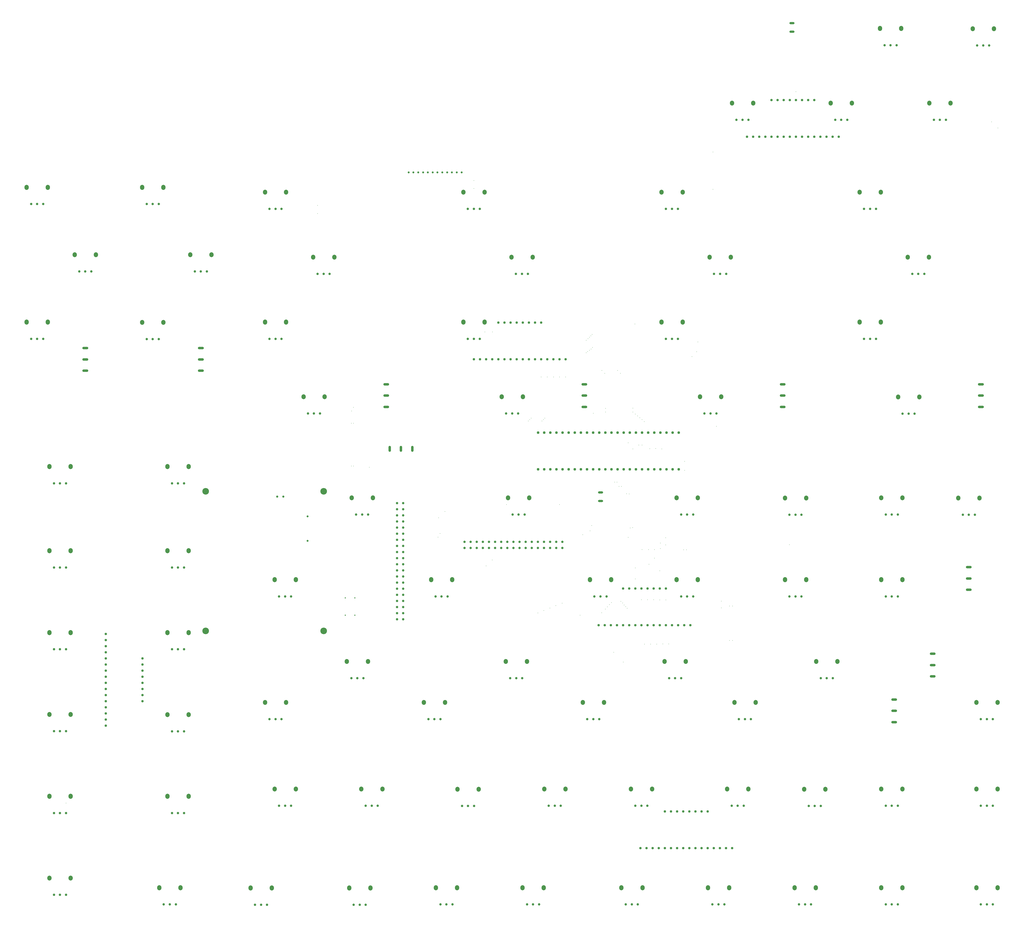
<source format=gbr>
%TF.GenerationSoftware,KiCad,Pcbnew,8.0.5*%
%TF.CreationDate,2024-10-29T20:03:30+01:00*%
%TF.ProjectId,troublemaker,74726f75-626c-4656-9d61-6b65722e6b69,rev?*%
%TF.SameCoordinates,Original*%
%TF.FileFunction,Plated,1,2,PTH,Mixed*%
%TF.FilePolarity,Positive*%
%FSLAX46Y46*%
G04 Gerber Fmt 4.6, Leading zero omitted, Abs format (unit mm)*
G04 Created by KiCad (PCBNEW 8.0.5) date 2024-10-29 20:03:30*
%MOMM*%
%LPD*%
G01*
G04 APERTURE LIST*
%TA.AperFunction,ViaDrill*%
%ADD10C,0.300000*%
%TD*%
%TA.AperFunction,ComponentDrill*%
%ADD11C,0.500000*%
%TD*%
%TA.AperFunction,ComponentDrill*%
%ADD12C,0.800000*%
%TD*%
%TA.AperFunction,ComponentDrill*%
%ADD13C,0.900000*%
%TD*%
G04 aperture for slot hole*
%TA.AperFunction,ComponentDrill*%
%ADD14C,0.900000*%
%TD*%
%TA.AperFunction,ComponentDrill*%
%ADD15C,1.000000*%
%TD*%
G04 aperture for slot hole*
%TA.AperFunction,ComponentDrill*%
%ADD16C,1.000000*%
%TD*%
%TA.AperFunction,ComponentDrill*%
%ADD17C,1.016000*%
%TD*%
%TA.AperFunction,ComponentDrill*%
%ADD18C,1.110000*%
%TD*%
G04 aperture for slot hole*
%TA.AperFunction,ComponentDrill*%
%ADD19C,1.800000*%
%TD*%
%TA.AperFunction,ComponentDrill*%
%ADD20C,2.750000*%
%TD*%
G04 APERTURE END LIST*
D10*
X58500000Y-349000000D03*
X163000000Y-100700000D03*
X163000000Y-104100000D03*
X177000000Y-191200000D03*
X177000000Y-209000000D03*
X177100000Y-186100000D03*
X177900000Y-184600000D03*
X177900000Y-191200000D03*
X177900000Y-209000000D03*
X184500000Y-209500000D03*
X213000000Y-238500000D03*
X213300000Y-230500000D03*
X213900000Y-237000000D03*
X215900000Y-227900000D03*
X227900000Y-90400000D03*
X227900000Y-93700000D03*
X232500000Y-153300000D03*
X233000000Y-250500000D03*
X235500000Y-248000000D03*
X235600000Y-153300000D03*
X241500000Y-225000000D03*
X250500000Y-190300000D03*
X251100000Y-189700000D03*
X251700000Y-189100000D03*
X254500000Y-270000000D03*
X255900000Y-172000000D03*
X256200000Y-190300000D03*
X256800000Y-189700000D03*
X257000000Y-269000000D03*
X257400000Y-189100000D03*
X258400000Y-172000000D03*
X259500000Y-268000000D03*
X261000000Y-172000000D03*
X262000000Y-267000000D03*
X263500000Y-172000000D03*
X263500000Y-225000000D03*
X264600000Y-266000000D03*
X266000000Y-172000000D03*
X272000000Y-271000000D03*
X273100000Y-237500000D03*
X274585421Y-161912149D03*
X274600000Y-156751000D03*
X275200000Y-161400000D03*
X275300000Y-156100000D03*
X275900000Y-155500000D03*
X275900000Y-160900000D03*
X276150000Y-235900000D03*
X276500000Y-154900000D03*
X276600000Y-160400000D03*
X276900000Y-233700000D03*
X277065687Y-154334313D03*
X277200000Y-159754000D03*
X277500000Y-187100000D03*
X280975735Y-269975735D03*
X281100000Y-169300000D03*
X282300000Y-170500000D03*
X282500000Y-268400000D03*
X282600000Y-185000000D03*
X282600000Y-186527000D03*
X283400000Y-267500000D03*
X284200000Y-266600000D03*
X285100000Y-265700000D03*
X286000000Y-286400000D03*
X286400000Y-215700000D03*
X287400000Y-215700000D03*
X287600000Y-169300000D03*
X288200000Y-217500000D03*
X288800000Y-170500000D03*
X289000000Y-265200000D03*
X289200000Y-217500000D03*
X289700000Y-265900000D03*
X290000000Y-290400000D03*
X290300000Y-266700000D03*
X291000000Y-267400000D03*
X291300000Y-220500000D03*
X291600000Y-268065000D03*
X292000000Y-199300000D03*
X292000000Y-238600000D03*
X292400000Y-220600000D03*
X292900000Y-234700000D03*
X293900000Y-234600000D03*
X294000000Y-184981009D03*
X294000000Y-186527000D03*
X294000000Y-201900000D03*
X294800000Y-150000000D03*
X294990000Y-255900000D03*
X295000000Y-187400000D03*
X295000000Y-251300000D03*
X295900000Y-188200000D03*
X296400000Y-200300000D03*
X296800000Y-188900000D03*
X297530000Y-264500000D03*
X297800000Y-189700000D03*
X297800000Y-200300000D03*
X297800000Y-243700000D03*
X298700000Y-190500000D03*
X298800000Y-283000000D03*
X300070000Y-264500000D03*
X300500000Y-243700000D03*
X300670000Y-249800000D03*
X300975000Y-201825000D03*
X301300000Y-283000000D03*
X302610000Y-264500000D03*
X302924265Y-243700000D03*
X302924265Y-247300000D03*
X303450000Y-201750000D03*
X303900000Y-283000000D03*
X305150000Y-252500000D03*
X305150000Y-264600000D03*
X305400000Y-241000000D03*
X305424265Y-243324265D03*
X305987500Y-201912500D03*
X306400000Y-282900000D03*
X307600000Y-238800000D03*
X307600000Y-241800000D03*
X307690000Y-264600000D03*
X308900000Y-282900000D03*
X315050000Y-243750000D03*
X315475735Y-207024265D03*
X315500000Y-210800000D03*
X316200000Y-243800000D03*
X318500000Y-163500000D03*
X320500000Y-161500000D03*
X321000000Y-157400000D03*
X327200000Y-78500000D03*
X327200000Y-94000000D03*
X328700000Y-192500000D03*
X330700000Y-265100000D03*
X330700000Y-267900000D03*
X334100000Y-267200000D03*
X334100000Y-281472500D03*
X335400000Y-267200000D03*
X335400000Y-281500000D03*
X359000000Y-241700000D03*
X361700000Y-53500000D03*
X443000000Y-66000000D03*
X445625368Y-68500000D03*
D11*
%TO.C,J4*%
X174500000Y-263750000D03*
%TO.C,J3*%
X174500000Y-271000000D03*
%TO.C,J4*%
X178500000Y-263750000D03*
%TO.C,J3*%
X178500000Y-271000000D03*
D12*
%TO.C,R1*%
X158800000Y-229900000D03*
X158800000Y-240060000D03*
%TO.C,J5*%
X200800000Y-87000000D03*
X202800000Y-87000000D03*
X204800000Y-87000000D03*
X206800000Y-87000000D03*
X208800000Y-87000000D03*
X210800000Y-87000000D03*
X212800000Y-87000000D03*
X214800000Y-87000000D03*
X216800000Y-87000000D03*
X218800000Y-87000000D03*
X220800000Y-87000000D03*
X222800000Y-87000000D03*
D13*
%TO.C,taptempo_led1*%
X146225000Y-221700000D03*
X148765000Y-221700000D03*
D14*
%TO.C,SW7*%
X281100000Y-219950000D02*
X279900000Y-219950000D01*
X281100000Y-223450000D02*
X279900000Y-223450000D01*
%TO.C,SW11*%
X360600000Y-24950000D02*
X359400000Y-24950000D01*
X360600000Y-28450000D02*
X359400000Y-28450000D01*
D15*
%TO.C,RV6*%
X44000000Y-100150000D03*
%TO.C,RV8*%
X44000000Y-156150000D03*
%TO.C,RV6*%
X46500000Y-100150000D03*
%TO.C,RV8*%
X46500000Y-156150000D03*
%TO.C,RV6*%
X49000000Y-100150000D03*
%TO.C,RV8*%
X49000000Y-156150000D03*
%TO.C,RV12*%
X53500000Y-216150000D03*
%TO.C,RV13*%
X53500000Y-251150000D03*
%TO.C,RV14*%
X53500000Y-285150000D03*
%TO.C,RV15*%
X53500000Y-319150000D03*
%TO.C,RV16*%
X53500000Y-353150000D03*
%TO.C,RV17*%
X53500000Y-387150000D03*
%TO.C,RV12*%
X56000000Y-216150000D03*
%TO.C,RV13*%
X56000000Y-251150000D03*
%TO.C,RV14*%
X56000000Y-285150000D03*
%TO.C,RV15*%
X56000000Y-319150000D03*
%TO.C,RV16*%
X56000000Y-353150000D03*
%TO.C,RV17*%
X56000000Y-387150000D03*
%TO.C,RV12*%
X58500000Y-216150000D03*
%TO.C,RV13*%
X58500000Y-251150000D03*
%TO.C,RV14*%
X58500000Y-285150000D03*
%TO.C,RV15*%
X58500000Y-319150000D03*
%TO.C,RV16*%
X58500000Y-353150000D03*
%TO.C,RV17*%
X58500000Y-387150000D03*
%TO.C,RV7*%
X64000000Y-128150000D03*
X66500000Y-128150000D03*
D16*
%TO.C,SW2*%
X67200000Y-160000000D02*
X65800000Y-160000000D01*
X67200000Y-164700000D02*
X65800000Y-164700000D01*
X67200000Y-169400000D02*
X65800000Y-169400000D01*
D15*
%TO.C,RV7*%
X69000000Y-128150000D03*
%TO.C,RV9*%
X92000000Y-100150000D03*
%TO.C,RV11*%
X92000000Y-156250000D03*
%TO.C,RV9*%
X94500000Y-100150000D03*
%TO.C,RV11*%
X94500000Y-156250000D03*
%TO.C,RV9*%
X97000000Y-100150000D03*
%TO.C,RV11*%
X97000000Y-156250000D03*
%TO.C,RV76*%
X99100000Y-391150000D03*
X101600000Y-391150000D03*
%TO.C,RV18*%
X102500000Y-216150000D03*
%TO.C,RV19*%
X102500000Y-251150000D03*
%TO.C,RV20*%
X102500000Y-285150000D03*
%TO.C,RV21*%
X102500000Y-319250000D03*
%TO.C,RV22*%
X102500000Y-353150000D03*
%TO.C,RV76*%
X104100000Y-391150000D03*
%TO.C,RV18*%
X105000000Y-216150000D03*
%TO.C,RV19*%
X105000000Y-251150000D03*
%TO.C,RV20*%
X105000000Y-285150000D03*
%TO.C,RV21*%
X105000000Y-319250000D03*
%TO.C,RV22*%
X105000000Y-353150000D03*
%TO.C,RV18*%
X107500000Y-216150000D03*
%TO.C,RV19*%
X107500000Y-251150000D03*
%TO.C,RV20*%
X107500000Y-285150000D03*
%TO.C,RV21*%
X107500000Y-319250000D03*
%TO.C,RV22*%
X107500000Y-353150000D03*
%TO.C,RV10*%
X112000000Y-128150000D03*
X114500000Y-128150000D03*
D16*
%TO.C,SW1*%
X115200000Y-160000000D02*
X113800000Y-160000000D01*
X115200000Y-164700000D02*
X113800000Y-164700000D01*
X115200000Y-169400000D02*
X113800000Y-169400000D01*
D15*
%TO.C,RV10*%
X117000000Y-128150000D03*
%TO.C,RV77*%
X137000000Y-391250000D03*
X139500000Y-391250000D03*
X142000000Y-391250000D03*
%TO.C,RV23*%
X143000000Y-102150000D03*
%TO.C,RV25*%
X143000000Y-156130000D03*
%TO.C,RV58*%
X143000000Y-314150000D03*
%TO.C,RV23*%
X145500000Y-102150000D03*
%TO.C,RV25*%
X145500000Y-156130000D03*
%TO.C,RV58*%
X145500000Y-314150000D03*
%TO.C,RV47*%
X147000000Y-263150000D03*
%TO.C,RV67*%
X147000000Y-350150000D03*
%TO.C,RV23*%
X148000000Y-102150000D03*
%TO.C,RV25*%
X148000000Y-156130000D03*
%TO.C,RV58*%
X148000000Y-314150000D03*
%TO.C,RV47*%
X149500000Y-263150000D03*
%TO.C,RV67*%
X149500000Y-350150000D03*
%TO.C,RV47*%
X152000000Y-263150000D03*
%TO.C,RV67*%
X152000000Y-350150000D03*
%TO.C,RV26*%
X159000000Y-187150000D03*
X161500000Y-187150000D03*
%TO.C,RV24*%
X163000000Y-129150000D03*
%TO.C,RV26*%
X164000000Y-187150000D03*
%TO.C,RV24*%
X165500000Y-129150000D03*
X168000000Y-129150000D03*
%TO.C,RV59*%
X177000000Y-297150000D03*
%TO.C,RV78*%
X178000000Y-391250000D03*
%TO.C,RV48*%
X179000000Y-229150000D03*
%TO.C,RV59*%
X179500000Y-297150000D03*
%TO.C,RV78*%
X180500000Y-391250000D03*
%TO.C,RV48*%
X181500000Y-229150000D03*
%TO.C,RV59*%
X182000000Y-297150000D03*
%TO.C,RV68*%
X183000000Y-350150000D03*
%TO.C,RV78*%
X183000000Y-391250000D03*
%TO.C,RV48*%
X184000000Y-229150000D03*
%TO.C,RV68*%
X185500000Y-350150000D03*
X188000000Y-350150000D03*
D16*
%TO.C,SW3*%
X192200000Y-175000000D02*
X190800000Y-175000000D01*
X192200000Y-179700000D02*
X190800000Y-179700000D01*
X192200000Y-184400000D02*
X190800000Y-184400000D01*
%TO.C,SW12*%
X192950000Y-201120000D02*
X192950000Y-202520000D01*
D15*
%TO.C,J1*%
X196000000Y-224420000D03*
X196000000Y-226960000D03*
X196000000Y-229500000D03*
X196000000Y-232040000D03*
X196000000Y-234580000D03*
X196000000Y-237120000D03*
X196000000Y-239660000D03*
X196000000Y-242200000D03*
X196000000Y-244740000D03*
X196000000Y-247280000D03*
X196000000Y-249820000D03*
X196000000Y-252360000D03*
X196000000Y-254900000D03*
X196000000Y-257440000D03*
X196000000Y-259980000D03*
X196000000Y-262520000D03*
X196000000Y-265060000D03*
X196000000Y-267600000D03*
X196000000Y-270140000D03*
X196000000Y-272680000D03*
D16*
%TO.C,SW12*%
X197650000Y-201120000D02*
X197650000Y-202520000D01*
D15*
%TO.C,J1*%
X198540000Y-224420000D03*
X198540000Y-226960000D03*
X198540000Y-229500000D03*
X198540000Y-232040000D03*
X198540000Y-234580000D03*
X198540000Y-237120000D03*
X198540000Y-239660000D03*
X198540000Y-242200000D03*
X198540000Y-244740000D03*
X198540000Y-247280000D03*
X198540000Y-249820000D03*
X198540000Y-252360000D03*
X198540000Y-254900000D03*
X198540000Y-257440000D03*
X198540000Y-259980000D03*
X198540000Y-262520000D03*
X198540000Y-265060000D03*
X198540000Y-267600000D03*
X198540000Y-270140000D03*
X198540000Y-272680000D03*
D16*
%TO.C,SW12*%
X202350000Y-201120000D02*
X202350000Y-202520000D01*
D15*
%TO.C,RV60*%
X209000000Y-314150000D03*
X211500000Y-314150000D03*
%TO.C,RV39*%
X212000000Y-263150000D03*
%TO.C,RV60*%
X214000000Y-314150000D03*
%TO.C,RV79*%
X214000000Y-391150000D03*
%TO.C,RV39*%
X214500000Y-263150000D03*
%TO.C,RV79*%
X216500000Y-391150000D03*
%TO.C,RV39*%
X217000000Y-263150000D03*
%TO.C,RV79*%
X219000000Y-391150000D03*
%TO.C,RV69*%
X223000000Y-350250000D03*
%TO.C,J25*%
X224000000Y-240500000D03*
X224000000Y-243040000D03*
%TO.C,RV27*%
X225400000Y-102150000D03*
%TO.C,RV29*%
X225400000Y-156150000D03*
%TO.C,RV69*%
X225500000Y-350250000D03*
%TO.C,J25*%
X226540000Y-240500000D03*
X226540000Y-243040000D03*
%TO.C,RV27*%
X227900000Y-102150000D03*
%TO.C,RV29*%
X227900000Y-156150000D03*
%TO.C,RV69*%
X228000000Y-350250000D03*
%TO.C,J25*%
X229080000Y-240500000D03*
X229080000Y-243040000D03*
%TO.C,RV27*%
X230400000Y-102150000D03*
%TO.C,RV29*%
X230400000Y-156150000D03*
%TO.C,J25*%
X231620000Y-240500000D03*
X231620000Y-243040000D03*
X234160000Y-240500000D03*
X234160000Y-243040000D03*
X236700000Y-240500000D03*
X236700000Y-243040000D03*
X239240000Y-240500000D03*
X239240000Y-243040000D03*
%TO.C,RV30*%
X241300000Y-187150000D03*
%TO.C,J25*%
X241780000Y-240500000D03*
X241780000Y-243040000D03*
%TO.C,RV61*%
X243000000Y-297150000D03*
%TO.C,RV30*%
X243800000Y-187150000D03*
%TO.C,RV49*%
X244000000Y-229150000D03*
%TO.C,J25*%
X244320000Y-240500000D03*
X244320000Y-243040000D03*
%TO.C,RV28*%
X245400000Y-129150000D03*
%TO.C,RV61*%
X245500000Y-297150000D03*
%TO.C,RV30*%
X246300000Y-187150000D03*
%TO.C,RV49*%
X246500000Y-229150000D03*
%TO.C,J25*%
X246860000Y-240500000D03*
X246860000Y-243040000D03*
%TO.C,RV28*%
X247900000Y-129150000D03*
%TO.C,RV61*%
X248000000Y-297150000D03*
%TO.C,RV49*%
X249000000Y-229150000D03*
%TO.C,J25*%
X249400000Y-240500000D03*
X249400000Y-243040000D03*
%TO.C,RV80*%
X250000000Y-391150000D03*
%TO.C,RV28*%
X250400000Y-129150000D03*
%TO.C,J25*%
X251940000Y-240500000D03*
X251940000Y-243040000D03*
%TO.C,RV80*%
X252500000Y-391150000D03*
%TO.C,J25*%
X254480000Y-240500000D03*
X254480000Y-243040000D03*
%TO.C,RV80*%
X255000000Y-391150000D03*
%TO.C,J25*%
X257020000Y-240500000D03*
X257020000Y-243040000D03*
%TO.C,RV70*%
X259000000Y-350150000D03*
%TO.C,J25*%
X259560000Y-240500000D03*
X259560000Y-243040000D03*
%TO.C,RV70*%
X261500000Y-350150000D03*
%TO.C,J25*%
X262100000Y-240500000D03*
X262100000Y-243040000D03*
%TO.C,RV70*%
X264000000Y-350150000D03*
%TO.C,J25*%
X264640000Y-240500000D03*
X264640000Y-243040000D03*
D16*
%TO.C,SW4*%
X274500000Y-175000000D02*
X273100000Y-175000000D01*
X274500000Y-179700000D02*
X273100000Y-179700000D01*
X274500000Y-184400000D02*
X273100000Y-184400000D01*
D15*
%TO.C,RV62*%
X275000000Y-314150000D03*
X277500000Y-314150000D03*
%TO.C,RV50*%
X278000000Y-263150000D03*
%TO.C,RV62*%
X280000000Y-314150000D03*
%TO.C,RV50*%
X280500000Y-263150000D03*
X283000000Y-263150000D03*
%TO.C,RV81*%
X291000000Y-391150000D03*
X293500000Y-391150000D03*
%TO.C,RV71*%
X295000000Y-350150000D03*
%TO.C,RV81*%
X296000000Y-391150000D03*
%TO.C,RV71*%
X297500000Y-350150000D03*
X300000000Y-350150000D03*
%TO.C,RV31*%
X307700000Y-102150000D03*
%TO.C,RV33*%
X307700000Y-156150000D03*
%TO.C,RV63*%
X309000000Y-297150000D03*
%TO.C,RV31*%
X310200000Y-102150000D03*
%TO.C,RV33*%
X310200000Y-156150000D03*
%TO.C,RV63*%
X311500000Y-297150000D03*
%TO.C,RV31*%
X312700000Y-102150000D03*
%TO.C,RV33*%
X312700000Y-156150000D03*
%TO.C,RV51*%
X314000000Y-229150000D03*
%TO.C,RV52*%
X314000000Y-263150000D03*
%TO.C,RV63*%
X314000000Y-297150000D03*
%TO.C,RV51*%
X316500000Y-229150000D03*
%TO.C,RV52*%
X316500000Y-263150000D03*
%TO.C,RV51*%
X319000000Y-229150000D03*
%TO.C,RV52*%
X319000000Y-263150000D03*
%TO.C,RV34*%
X323700000Y-187150000D03*
X326200000Y-187150000D03*
%TO.C,RV82*%
X327000000Y-391150000D03*
%TO.C,RV32*%
X327700000Y-129150000D03*
%TO.C,RV34*%
X328700000Y-187150000D03*
%TO.C,RV82*%
X329500000Y-391150000D03*
%TO.C,RV32*%
X330200000Y-129150000D03*
%TO.C,RV82*%
X332000000Y-391150000D03*
%TO.C,RV32*%
X332700000Y-129150000D03*
%TO.C,RV72*%
X335000000Y-350150000D03*
%TO.C,RV1*%
X337000000Y-65150000D03*
%TO.C,RV72*%
X337500000Y-350150000D03*
%TO.C,RV64*%
X338000000Y-314150000D03*
%TO.C,RV1*%
X339500000Y-65150000D03*
%TO.C,RV72*%
X340000000Y-350150000D03*
%TO.C,RV64*%
X340500000Y-314150000D03*
%TO.C,RV1*%
X342000000Y-65150000D03*
%TO.C,RV64*%
X343000000Y-314150000D03*
D16*
%TO.C,SW5*%
X356900000Y-175000000D02*
X355500000Y-175000000D01*
X356900000Y-179700000D02*
X355500000Y-179700000D01*
X356900000Y-184400000D02*
X355500000Y-184400000D01*
D15*
%TO.C,RV53*%
X359000000Y-229250000D03*
%TO.C,RV54*%
X359000000Y-263150000D03*
%TO.C,RV53*%
X361500000Y-229250000D03*
%TO.C,RV54*%
X361500000Y-263150000D03*
%TO.C,RV83*%
X363000000Y-391150000D03*
%TO.C,RV53*%
X364000000Y-229250000D03*
%TO.C,RV54*%
X364000000Y-263150000D03*
%TO.C,RV83*%
X365500000Y-391150000D03*
%TO.C,RV73*%
X367000000Y-350250000D03*
%TO.C,RV83*%
X368000000Y-391150000D03*
%TO.C,RV73*%
X369500000Y-350250000D03*
%TO.C,RV65*%
X372000000Y-297150000D03*
%TO.C,RV73*%
X372000000Y-350250000D03*
%TO.C,RV65*%
X374500000Y-297150000D03*
X377000000Y-297150000D03*
%TO.C,RV2*%
X378000000Y-65150000D03*
X380500000Y-65150000D03*
X383000000Y-65150000D03*
%TO.C,RV35*%
X390000000Y-102150000D03*
%TO.C,RV37*%
X390000000Y-156150000D03*
%TO.C,RV35*%
X392500000Y-102150000D03*
%TO.C,RV37*%
X392500000Y-156150000D03*
%TO.C,RV35*%
X395000000Y-102150000D03*
%TO.C,RV37*%
X395000000Y-156150000D03*
%TO.C,RV3*%
X398500000Y-34150000D03*
%TO.C,RV55*%
X399000000Y-229150000D03*
%TO.C,RV56*%
X399000000Y-263150000D03*
%TO.C,RV74*%
X399000000Y-350150000D03*
%TO.C,RV84*%
X399000000Y-391150000D03*
%TO.C,RV3*%
X401000000Y-34150000D03*
%TO.C,RV55*%
X401500000Y-229150000D03*
%TO.C,RV56*%
X401500000Y-263150000D03*
%TO.C,RV74*%
X401500000Y-350150000D03*
%TO.C,RV84*%
X401500000Y-391150000D03*
D16*
%TO.C,SW9*%
X403200000Y-306000000D02*
X401800000Y-306000000D01*
X403200000Y-310700000D02*
X401800000Y-310700000D01*
X403200000Y-315400000D02*
X401800000Y-315400000D01*
D15*
%TO.C,RV3*%
X403500000Y-34150000D03*
%TO.C,RV55*%
X404000000Y-229150000D03*
%TO.C,RV56*%
X404000000Y-263150000D03*
%TO.C,RV74*%
X404000000Y-350150000D03*
%TO.C,RV84*%
X404000000Y-391150000D03*
%TO.C,RV38*%
X406000000Y-187250000D03*
X408500000Y-187250000D03*
%TO.C,RV36*%
X410000000Y-129150000D03*
%TO.C,RV38*%
X411000000Y-187250000D03*
%TO.C,RV36*%
X412500000Y-129150000D03*
X415000000Y-129150000D03*
D16*
%TO.C,SW10*%
X419200000Y-287000000D02*
X417800000Y-287000000D01*
X419200000Y-291700000D02*
X417800000Y-291700000D01*
X419200000Y-296400000D02*
X417800000Y-296400000D01*
D15*
%TO.C,RV4*%
X419000000Y-65150000D03*
X421500000Y-65150000D03*
X424000000Y-65150000D03*
%TO.C,RV57*%
X431000000Y-229250000D03*
X433500000Y-229250000D03*
D16*
%TO.C,SW8*%
X434200000Y-251000000D02*
X432800000Y-251000000D01*
X434200000Y-255700000D02*
X432800000Y-255700000D01*
X434200000Y-260400000D02*
X432800000Y-260400000D01*
D15*
%TO.C,RV57*%
X436000000Y-229250000D03*
%TO.C,RV5*%
X437000000Y-34250000D03*
%TO.C,RV66*%
X438500000Y-314150000D03*
%TO.C,RV75*%
X438500000Y-350150000D03*
%TO.C,RV85*%
X438500000Y-391150000D03*
D16*
%TO.C,SW6*%
X439233202Y-175000197D02*
X437833202Y-175000197D01*
X439233202Y-179700197D02*
X437833202Y-179700197D01*
X439233202Y-184400197D02*
X437833202Y-184400197D01*
D15*
%TO.C,RV5*%
X439500000Y-34250000D03*
%TO.C,RV66*%
X441000000Y-314150000D03*
%TO.C,RV75*%
X441000000Y-350150000D03*
%TO.C,RV85*%
X441000000Y-391150000D03*
%TO.C,RV5*%
X442000000Y-34250000D03*
%TO.C,RV66*%
X443500000Y-314150000D03*
%TO.C,RV75*%
X443500000Y-350150000D03*
%TO.C,RV85*%
X443500000Y-391150000D03*
D17*
%TO.C,U5*%
X75000000Y-278760000D03*
X75000000Y-281300000D03*
X75000000Y-283840000D03*
X75000000Y-286380000D03*
X75000000Y-288920000D03*
X75000000Y-291460000D03*
X75000000Y-294000000D03*
X75000000Y-296540000D03*
X75000000Y-299080000D03*
X75000000Y-301620000D03*
X75000000Y-304160000D03*
X75000000Y-306700000D03*
X75000000Y-309240000D03*
X75000000Y-311780000D03*
X75000000Y-314320000D03*
X75000000Y-316860000D03*
X90240000Y-288920000D03*
X90240000Y-291460000D03*
X90240000Y-294000000D03*
X90240000Y-296540000D03*
X90240000Y-299080000D03*
X90240000Y-301620000D03*
X90240000Y-304160000D03*
X90240000Y-306700000D03*
%TO.C,U3*%
X227930000Y-164630000D03*
X230470000Y-164630000D03*
X233010000Y-164630000D03*
X235550000Y-164630000D03*
X238090000Y-149390000D03*
X238090000Y-164630000D03*
X240630000Y-149390000D03*
X240630000Y-164630000D03*
X243170000Y-149390000D03*
X243170000Y-164630000D03*
X245710000Y-149390000D03*
X245710000Y-164630000D03*
X248250000Y-149390000D03*
X248250000Y-164630000D03*
X250790000Y-149390000D03*
X250790000Y-164630000D03*
X253330000Y-149390000D03*
X253330000Y-164630000D03*
X255870000Y-149390000D03*
X255870000Y-164630000D03*
X258410000Y-164630000D03*
X260950000Y-164630000D03*
X263490000Y-164630000D03*
X266030000Y-164630000D03*
%TO.C,U4*%
X279750000Y-275125000D03*
X282290000Y-275125000D03*
X284830000Y-275125000D03*
X287370000Y-275125000D03*
X289910000Y-259885000D03*
X289910000Y-275125000D03*
X292450000Y-259885000D03*
X292450000Y-275125000D03*
X294990000Y-259885000D03*
X294990000Y-275125000D03*
%TO.C,U6*%
X297130000Y-367730000D03*
%TO.C,U4*%
X297530000Y-259885000D03*
X297530000Y-275125000D03*
%TO.C,U6*%
X299670000Y-367730000D03*
%TO.C,U4*%
X300070000Y-259885000D03*
X300070000Y-275125000D03*
%TO.C,U6*%
X302210000Y-367730000D03*
%TO.C,U4*%
X302610000Y-259885000D03*
X302610000Y-275125000D03*
%TO.C,U6*%
X304750000Y-367730000D03*
%TO.C,U4*%
X305150000Y-259885000D03*
X305150000Y-275125000D03*
%TO.C,U6*%
X307290000Y-352490000D03*
X307290000Y-367730000D03*
%TO.C,U4*%
X307690000Y-259885000D03*
X307690000Y-275125000D03*
%TO.C,U6*%
X309830000Y-352490000D03*
X309830000Y-367730000D03*
%TO.C,U4*%
X310230000Y-275125000D03*
%TO.C,U6*%
X312370000Y-352490000D03*
X312370000Y-367730000D03*
%TO.C,U4*%
X312770000Y-275125000D03*
%TO.C,U6*%
X314910000Y-352490000D03*
X314910000Y-367730000D03*
%TO.C,U4*%
X315310000Y-275125000D03*
%TO.C,U6*%
X317450000Y-352490000D03*
X317450000Y-367730000D03*
%TO.C,U4*%
X317850000Y-275125000D03*
%TO.C,U6*%
X319990000Y-352490000D03*
X319990000Y-367730000D03*
X322530000Y-352490000D03*
X322530000Y-367730000D03*
X325070000Y-352490000D03*
X325070000Y-367730000D03*
X327610000Y-367730000D03*
X330150000Y-367730000D03*
X332690000Y-367730000D03*
X335230000Y-367730000D03*
%TO.C,U2*%
X341345113Y-72130000D03*
X343885113Y-72130000D03*
X346425113Y-72130000D03*
X348965113Y-72130000D03*
X351505113Y-56890000D03*
X351505113Y-72130000D03*
X354045113Y-56890000D03*
X354045113Y-72130000D03*
X356585113Y-56890000D03*
X356585113Y-72130000D03*
X359125113Y-56890000D03*
X359125113Y-72130000D03*
X361665113Y-56890000D03*
X361665113Y-72130000D03*
X364205113Y-56890000D03*
X364205113Y-72130000D03*
X366745113Y-56890000D03*
X366745113Y-72130000D03*
X369285113Y-56890000D03*
X369285113Y-72130000D03*
X371825113Y-72130000D03*
X374365113Y-72130000D03*
X376905113Y-72130000D03*
X379445113Y-72130000D03*
D18*
%TO.C,IC1*%
X254630000Y-195110000D03*
X254630000Y-210350000D03*
X257170000Y-195110000D03*
X257170000Y-210350000D03*
X259710000Y-195110000D03*
X259710000Y-210350000D03*
X262250000Y-195110000D03*
X262250000Y-210350000D03*
X264790000Y-195110000D03*
X264790000Y-210350000D03*
X267330000Y-195110000D03*
X267330000Y-210350000D03*
X269870000Y-195110000D03*
X269870000Y-210350000D03*
X272410000Y-195110000D03*
X272410000Y-210350000D03*
X274950000Y-195110000D03*
X274950000Y-210350000D03*
X277490000Y-195110000D03*
X277490000Y-210350000D03*
X280030000Y-195110000D03*
X280030000Y-210350000D03*
X282570000Y-195110000D03*
X282570000Y-210350000D03*
X285110000Y-195110000D03*
X285110000Y-210350000D03*
X287650000Y-195110000D03*
X287650000Y-210350000D03*
X290190000Y-195110000D03*
X290190000Y-210350000D03*
X292730000Y-195110000D03*
X292730000Y-210350000D03*
X295270000Y-195110000D03*
X295270000Y-210350000D03*
X297810000Y-195110000D03*
X297810000Y-210350000D03*
X300350000Y-195110000D03*
X300350000Y-210350000D03*
X302890000Y-195110000D03*
X302890000Y-210350000D03*
X305430000Y-195110000D03*
X305430000Y-210350000D03*
X307970000Y-195110000D03*
X307970000Y-210350000D03*
X310510000Y-195110000D03*
X310510000Y-210350000D03*
X313050000Y-195110000D03*
X313050000Y-210350000D03*
D19*
%TO.C,RV6*%
X42100000Y-93000000D02*
X42100000Y-93300000D01*
%TO.C,RV8*%
X42100000Y-149000000D02*
X42100000Y-149300000D01*
%TO.C,RV6*%
X50900000Y-93000000D02*
X50900000Y-93300000D01*
%TO.C,RV8*%
X50900000Y-149000000D02*
X50900000Y-149300000D01*
%TO.C,RV12*%
X51600000Y-209000000D02*
X51600000Y-209300000D01*
%TO.C,RV13*%
X51600000Y-244000000D02*
X51600000Y-244300000D01*
%TO.C,RV14*%
X51600000Y-278000000D02*
X51600000Y-278300000D01*
%TO.C,RV15*%
X51600000Y-312000000D02*
X51600000Y-312300000D01*
%TO.C,RV16*%
X51600000Y-346000000D02*
X51600000Y-346300000D01*
%TO.C,RV17*%
X51600000Y-380000000D02*
X51600000Y-380300000D01*
%TO.C,RV12*%
X60400000Y-209000000D02*
X60400000Y-209300000D01*
%TO.C,RV13*%
X60400000Y-244000000D02*
X60400000Y-244300000D01*
%TO.C,RV14*%
X60400000Y-278000000D02*
X60400000Y-278300000D01*
%TO.C,RV15*%
X60400000Y-312000000D02*
X60400000Y-312300000D01*
%TO.C,RV16*%
X60400000Y-346000000D02*
X60400000Y-346300000D01*
%TO.C,RV17*%
X60400000Y-380000000D02*
X60400000Y-380300000D01*
%TO.C,RV7*%
X62100000Y-121000000D02*
X62100000Y-121300000D01*
X70900000Y-121000000D02*
X70900000Y-121300000D01*
%TO.C,RV9*%
X90100000Y-93000000D02*
X90100000Y-93300000D01*
%TO.C,RV11*%
X90100000Y-149100000D02*
X90100000Y-149400000D01*
%TO.C,RV76*%
X97200000Y-384000000D02*
X97200000Y-384300000D01*
%TO.C,RV9*%
X98900000Y-93000000D02*
X98900000Y-93300000D01*
%TO.C,RV11*%
X98900000Y-149100000D02*
X98900000Y-149400000D01*
%TO.C,RV18*%
X100600000Y-209000000D02*
X100600000Y-209300000D01*
%TO.C,RV19*%
X100600000Y-244000000D02*
X100600000Y-244300000D01*
%TO.C,RV20*%
X100600000Y-278000000D02*
X100600000Y-278300000D01*
%TO.C,RV21*%
X100600000Y-312100000D02*
X100600000Y-312400000D01*
%TO.C,RV22*%
X100600000Y-346000000D02*
X100600000Y-346300000D01*
%TO.C,RV76*%
X106000000Y-384000000D02*
X106000000Y-384300000D01*
%TO.C,RV18*%
X109400000Y-209000000D02*
X109400000Y-209300000D01*
%TO.C,RV19*%
X109400000Y-244000000D02*
X109400000Y-244300000D01*
%TO.C,RV20*%
X109400000Y-278000000D02*
X109400000Y-278300000D01*
%TO.C,RV21*%
X109400000Y-312100000D02*
X109400000Y-312400000D01*
%TO.C,RV22*%
X109400000Y-346000000D02*
X109400000Y-346300000D01*
%TO.C,RV10*%
X110100000Y-121000000D02*
X110100000Y-121300000D01*
X118900000Y-121000000D02*
X118900000Y-121300000D01*
%TO.C,RV77*%
X135100000Y-384100000D02*
X135100000Y-384400000D01*
%TO.C,RV23*%
X141100000Y-95000000D02*
X141100000Y-95300000D01*
%TO.C,RV25*%
X141100000Y-148980000D02*
X141100000Y-149280000D01*
%TO.C,RV58*%
X141100000Y-307000000D02*
X141100000Y-307300000D01*
%TO.C,RV77*%
X143900000Y-384100000D02*
X143900000Y-384400000D01*
%TO.C,RV47*%
X145100000Y-256000000D02*
X145100000Y-256300000D01*
%TO.C,RV67*%
X145100000Y-343000000D02*
X145100000Y-343300000D01*
%TO.C,RV23*%
X149900000Y-95000000D02*
X149900000Y-95300000D01*
%TO.C,RV25*%
X149900000Y-148980000D02*
X149900000Y-149280000D01*
%TO.C,RV58*%
X149900000Y-307000000D02*
X149900000Y-307300000D01*
%TO.C,RV47*%
X153900000Y-256000000D02*
X153900000Y-256300000D01*
%TO.C,RV67*%
X153900000Y-343000000D02*
X153900000Y-343300000D01*
%TO.C,RV26*%
X157100000Y-180000000D02*
X157100000Y-180300000D01*
%TO.C,RV24*%
X161100000Y-122000000D02*
X161100000Y-122300000D01*
%TO.C,RV26*%
X165900000Y-180000000D02*
X165900000Y-180300000D01*
%TO.C,RV24*%
X169900000Y-122000000D02*
X169900000Y-122300000D01*
%TO.C,RV59*%
X175100000Y-290000000D02*
X175100000Y-290300000D01*
%TO.C,RV78*%
X176100000Y-384100000D02*
X176100000Y-384400000D01*
%TO.C,RV48*%
X177100000Y-222000000D02*
X177100000Y-222300000D01*
%TO.C,RV68*%
X181100000Y-343000000D02*
X181100000Y-343300000D01*
%TO.C,RV59*%
X183900000Y-290000000D02*
X183900000Y-290300000D01*
%TO.C,RV78*%
X184900000Y-384100000D02*
X184900000Y-384400000D01*
%TO.C,RV48*%
X185900000Y-222000000D02*
X185900000Y-222300000D01*
%TO.C,RV68*%
X189900000Y-343000000D02*
X189900000Y-343300000D01*
%TO.C,RV60*%
X207100000Y-307000000D02*
X207100000Y-307300000D01*
%TO.C,RV39*%
X210100000Y-256000000D02*
X210100000Y-256300000D01*
%TO.C,RV79*%
X212100000Y-384000000D02*
X212100000Y-384300000D01*
%TO.C,RV60*%
X215900000Y-307000000D02*
X215900000Y-307300000D01*
%TO.C,RV39*%
X218900000Y-256000000D02*
X218900000Y-256300000D01*
%TO.C,RV79*%
X220900000Y-384000000D02*
X220900000Y-384300000D01*
%TO.C,RV69*%
X221100000Y-343100000D02*
X221100000Y-343400000D01*
%TO.C,RV27*%
X223500000Y-95000000D02*
X223500000Y-95300000D01*
%TO.C,RV29*%
X223500000Y-149000000D02*
X223500000Y-149300000D01*
%TO.C,RV69*%
X229900000Y-343100000D02*
X229900000Y-343400000D01*
%TO.C,RV27*%
X232300000Y-95000000D02*
X232300000Y-95300000D01*
%TO.C,RV29*%
X232300000Y-149000000D02*
X232300000Y-149300000D01*
%TO.C,RV30*%
X239400000Y-180000000D02*
X239400000Y-180300000D01*
%TO.C,RV61*%
X241100000Y-290000000D02*
X241100000Y-290300000D01*
%TO.C,RV49*%
X242100000Y-222000000D02*
X242100000Y-222300000D01*
%TO.C,RV28*%
X243500000Y-122000000D02*
X243500000Y-122300000D01*
%TO.C,RV80*%
X248100000Y-384000000D02*
X248100000Y-384300000D01*
%TO.C,RV30*%
X248200000Y-180000000D02*
X248200000Y-180300000D01*
%TO.C,RV61*%
X249900000Y-290000000D02*
X249900000Y-290300000D01*
%TO.C,RV49*%
X250900000Y-222000000D02*
X250900000Y-222300000D01*
%TO.C,RV28*%
X252300000Y-122000000D02*
X252300000Y-122300000D01*
%TO.C,RV80*%
X256900000Y-384000000D02*
X256900000Y-384300000D01*
%TO.C,RV70*%
X257100000Y-343000000D02*
X257100000Y-343300000D01*
X265900000Y-343000000D02*
X265900000Y-343300000D01*
%TO.C,RV62*%
X273100000Y-307000000D02*
X273100000Y-307300000D01*
%TO.C,RV50*%
X276100000Y-256000000D02*
X276100000Y-256300000D01*
%TO.C,RV62*%
X281900000Y-307000000D02*
X281900000Y-307300000D01*
%TO.C,RV50*%
X284900000Y-256000000D02*
X284900000Y-256300000D01*
%TO.C,RV81*%
X289100000Y-384000000D02*
X289100000Y-384300000D01*
%TO.C,RV71*%
X293100000Y-343000000D02*
X293100000Y-343300000D01*
%TO.C,RV81*%
X297900000Y-384000000D02*
X297900000Y-384300000D01*
%TO.C,RV71*%
X301900000Y-343000000D02*
X301900000Y-343300000D01*
%TO.C,RV31*%
X305800000Y-95000000D02*
X305800000Y-95300000D01*
%TO.C,RV33*%
X305800000Y-149000000D02*
X305800000Y-149300000D01*
%TO.C,RV63*%
X307100000Y-290000000D02*
X307100000Y-290300000D01*
%TO.C,RV51*%
X312100000Y-222000000D02*
X312100000Y-222300000D01*
%TO.C,RV52*%
X312100000Y-256000000D02*
X312100000Y-256300000D01*
%TO.C,RV31*%
X314600000Y-95000000D02*
X314600000Y-95300000D01*
%TO.C,RV33*%
X314600000Y-149000000D02*
X314600000Y-149300000D01*
%TO.C,RV63*%
X315900000Y-290000000D02*
X315900000Y-290300000D01*
%TO.C,RV51*%
X320900000Y-222000000D02*
X320900000Y-222300000D01*
%TO.C,RV52*%
X320900000Y-256000000D02*
X320900000Y-256300000D01*
%TO.C,RV34*%
X321800000Y-180000000D02*
X321800000Y-180300000D01*
%TO.C,RV82*%
X325100000Y-384000000D02*
X325100000Y-384300000D01*
%TO.C,RV32*%
X325800000Y-122000000D02*
X325800000Y-122300000D01*
%TO.C,RV34*%
X330600000Y-180000000D02*
X330600000Y-180300000D01*
%TO.C,RV72*%
X333100000Y-343000000D02*
X333100000Y-343300000D01*
%TO.C,RV82*%
X333900000Y-384000000D02*
X333900000Y-384300000D01*
%TO.C,RV32*%
X334600000Y-122000000D02*
X334600000Y-122300000D01*
%TO.C,RV1*%
X335100000Y-58000000D02*
X335100000Y-58300000D01*
%TO.C,RV64*%
X336100000Y-307000000D02*
X336100000Y-307300000D01*
%TO.C,RV72*%
X341900000Y-343000000D02*
X341900000Y-343300000D01*
%TO.C,RV1*%
X343900000Y-58000000D02*
X343900000Y-58300000D01*
%TO.C,RV64*%
X344900000Y-307000000D02*
X344900000Y-307300000D01*
%TO.C,RV53*%
X357100000Y-222100000D02*
X357100000Y-222400000D01*
%TO.C,RV54*%
X357100000Y-256000000D02*
X357100000Y-256300000D01*
%TO.C,RV83*%
X361100000Y-384000000D02*
X361100000Y-384300000D01*
%TO.C,RV73*%
X365100000Y-343100000D02*
X365100000Y-343400000D01*
%TO.C,RV53*%
X365900000Y-222100000D02*
X365900000Y-222400000D01*
%TO.C,RV54*%
X365900000Y-256000000D02*
X365900000Y-256300000D01*
%TO.C,RV83*%
X369900000Y-384000000D02*
X369900000Y-384300000D01*
%TO.C,RV65*%
X370100000Y-290000000D02*
X370100000Y-290300000D01*
%TO.C,RV73*%
X373900000Y-343100000D02*
X373900000Y-343400000D01*
%TO.C,RV2*%
X376100000Y-58000000D02*
X376100000Y-58300000D01*
%TO.C,RV65*%
X378900000Y-290000000D02*
X378900000Y-290300000D01*
%TO.C,RV2*%
X384900000Y-58000000D02*
X384900000Y-58300000D01*
%TO.C,RV35*%
X388100000Y-95000000D02*
X388100000Y-95300000D01*
%TO.C,RV37*%
X388100000Y-149000000D02*
X388100000Y-149300000D01*
%TO.C,RV3*%
X396600000Y-27000000D02*
X396600000Y-27300000D01*
%TO.C,RV35*%
X396900000Y-95000000D02*
X396900000Y-95300000D01*
%TO.C,RV37*%
X396900000Y-149000000D02*
X396900000Y-149300000D01*
%TO.C,RV55*%
X397100000Y-222000000D02*
X397100000Y-222300000D01*
%TO.C,RV56*%
X397100000Y-256000000D02*
X397100000Y-256300000D01*
%TO.C,RV74*%
X397100000Y-343000000D02*
X397100000Y-343300000D01*
%TO.C,RV84*%
X397100000Y-384000000D02*
X397100000Y-384300000D01*
%TO.C,RV38*%
X404100000Y-180100000D02*
X404100000Y-180400000D01*
%TO.C,RV3*%
X405400000Y-27000000D02*
X405400000Y-27300000D01*
%TO.C,RV55*%
X405900000Y-222000000D02*
X405900000Y-222300000D01*
%TO.C,RV56*%
X405900000Y-256000000D02*
X405900000Y-256300000D01*
%TO.C,RV74*%
X405900000Y-343000000D02*
X405900000Y-343300000D01*
%TO.C,RV84*%
X405900000Y-384000000D02*
X405900000Y-384300000D01*
%TO.C,RV36*%
X408100000Y-122000000D02*
X408100000Y-122300000D01*
%TO.C,RV38*%
X412900000Y-180100000D02*
X412900000Y-180400000D01*
%TO.C,RV36*%
X416900000Y-122000000D02*
X416900000Y-122300000D01*
%TO.C,RV4*%
X417100000Y-58000000D02*
X417100000Y-58300000D01*
X425900000Y-58000000D02*
X425900000Y-58300000D01*
%TO.C,RV57*%
X429100000Y-222100000D02*
X429100000Y-222400000D01*
%TO.C,RV5*%
X435100000Y-27100000D02*
X435100000Y-27400000D01*
%TO.C,RV66*%
X436600000Y-307000000D02*
X436600000Y-307300000D01*
%TO.C,RV75*%
X436600000Y-343000000D02*
X436600000Y-343300000D01*
%TO.C,RV85*%
X436600000Y-384000000D02*
X436600000Y-384300000D01*
%TO.C,RV57*%
X437900000Y-222100000D02*
X437900000Y-222400000D01*
%TO.C,RV5*%
X443900000Y-27100000D02*
X443900000Y-27400000D01*
%TO.C,RV66*%
X445400000Y-307000000D02*
X445400000Y-307300000D01*
%TO.C,RV75*%
X445400000Y-343000000D02*
X445400000Y-343300000D01*
%TO.C,RV85*%
X445400000Y-384000000D02*
X445400000Y-384300000D01*
D20*
%TO.C,RASPBERRY PI 4*%
X116500000Y-219500000D03*
X116500000Y-277500000D03*
X165500000Y-219500000D03*
X165500000Y-277500000D03*
M02*

</source>
